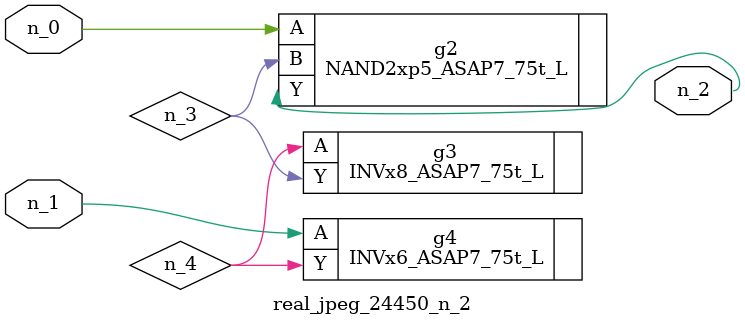
<source format=v>
module real_jpeg_24450_n_2 (n_1, n_0, n_2);

input n_1;
input n_0;

output n_2;

wire n_4;
wire n_3;

NAND2xp5_ASAP7_75t_L g2 ( 
.A(n_0),
.B(n_3),
.Y(n_2)
);

INVx6_ASAP7_75t_L g4 ( 
.A(n_1),
.Y(n_4)
);

INVx8_ASAP7_75t_L g3 ( 
.A(n_4),
.Y(n_3)
);


endmodule
</source>
